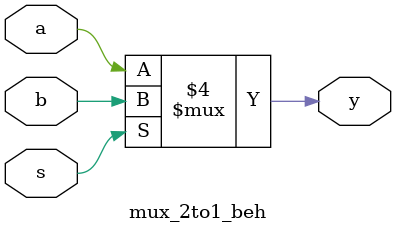
<source format=v>
`timescale 1ns / 1ps
module mux_2to1_beh (
    input a,
    input b,
    input s,
    output reg y
);
always @(*) begin
    if (s == 1'b0)
        y = a;
    else
        y = b;
end
endmodule

</source>
